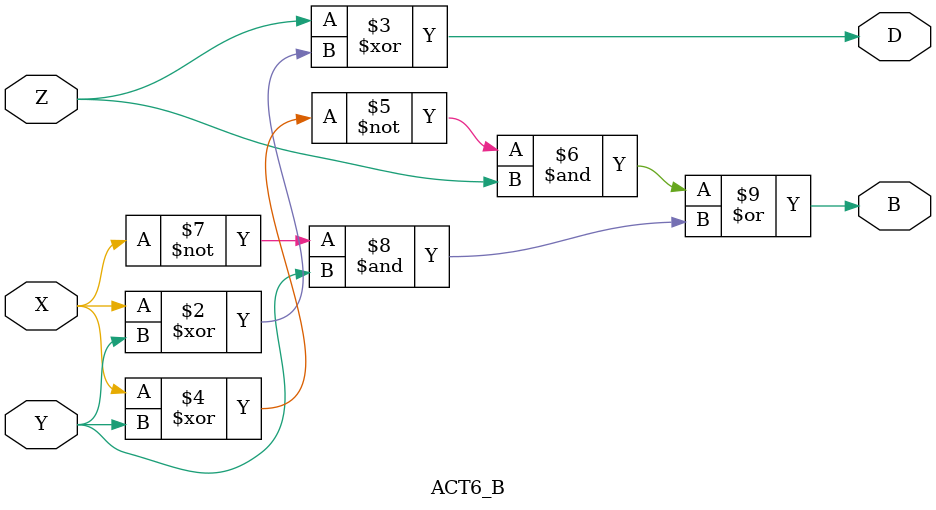
<source format=v>
module ACT6_B(D, B, Z, X, Y);
input Z, X, Y;
output reg D, B;
always @(*) begin
D = (Z ^ (X ^ Y));
B = (~(X ^ Y) & Z) | (~X & Y);
end
endmodule
</source>
